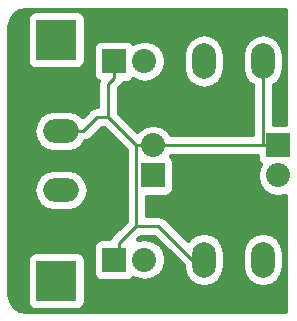
<source format=gbl>
%FSLAX34Y34*%
G04 Gerber Fmt 3.4, Leading zero omitted, Abs format*
G04 (created by PCBNEW (2014-03-19 BZR 4756)-product) date Sun 06 Jul 2014 23:01:42 BST*
%MOIN*%
G01*
G70*
G90*
G04 APERTURE LIST*
%ADD10C,0.005906*%
%ADD11R,0.080000X0.080000*%
%ADD12O,0.080000X0.080000*%
%ADD13O,0.078700X0.118700*%
%ADD14O,0.118700X0.078700*%
%ADD15R,0.133900X0.133900*%
%ADD16C,0.010000*%
%ADD17C,0.015748*%
G04 APERTURE END LIST*
G54D10*
G54D11*
X55275Y-44303D03*
G54D12*
X55275Y-45303D03*
G54D11*
X49814Y-41496D03*
G54D12*
X50814Y-41496D03*
G54D11*
X49814Y-48110D03*
G54D12*
X50814Y-48110D03*
G54D11*
X51102Y-45303D03*
G54D12*
X51102Y-44303D03*
G54D13*
X52795Y-41496D03*
X54763Y-41496D03*
X54763Y-48110D03*
X52795Y-48110D03*
G54D14*
X48031Y-45787D03*
X48031Y-43819D03*
G54D15*
X47874Y-40787D03*
X47874Y-48818D03*
G54D16*
X49814Y-41496D02*
X49814Y-42046D01*
X49972Y-48110D02*
X49972Y-47560D01*
X48031Y-43819D02*
X48775Y-43819D01*
X51279Y-46980D02*
X52409Y-48110D01*
X50552Y-46980D02*
X51279Y-46980D01*
X50552Y-44303D02*
X50552Y-46980D01*
X50552Y-46980D02*
X49972Y-47560D01*
X52952Y-48110D02*
X52409Y-48110D01*
X49607Y-42253D02*
X49814Y-42046D01*
X49607Y-43358D02*
X49607Y-42253D01*
X49235Y-43358D02*
X49607Y-43358D01*
X48775Y-43819D02*
X49235Y-43358D01*
X49607Y-43358D02*
X50552Y-44303D01*
X50827Y-44303D02*
X50552Y-44303D01*
X50827Y-44303D02*
X51102Y-44303D01*
X54763Y-41496D02*
X54763Y-42239D01*
X54763Y-44303D02*
X54763Y-42239D01*
X51102Y-44303D02*
X54763Y-44303D01*
X54763Y-44303D02*
X55275Y-44303D01*
G54D10*
G36*
X55492Y-49822D02*
X55471Y-49822D01*
X55471Y-48328D01*
X55471Y-47892D01*
X55418Y-47621D01*
X55264Y-47391D01*
X55034Y-47237D01*
X54763Y-47183D01*
X54492Y-47237D01*
X54262Y-47391D01*
X54108Y-47621D01*
X54055Y-47892D01*
X54055Y-48328D01*
X54108Y-48599D01*
X54262Y-48828D01*
X54492Y-48982D01*
X54763Y-49036D01*
X55034Y-48982D01*
X55264Y-48828D01*
X55418Y-48599D01*
X55471Y-48328D01*
X55471Y-49822D01*
X48957Y-49822D01*
X48957Y-45787D01*
X48903Y-45516D01*
X48750Y-45286D01*
X48520Y-45132D01*
X48249Y-45078D01*
X47813Y-45078D01*
X47542Y-45132D01*
X47312Y-45286D01*
X47159Y-45516D01*
X47105Y-45787D01*
X47159Y-46058D01*
X47312Y-46288D01*
X47542Y-46441D01*
X47813Y-46495D01*
X48249Y-46495D01*
X48520Y-46441D01*
X48750Y-46288D01*
X48903Y-46058D01*
X48957Y-45787D01*
X48957Y-49822D01*
X48858Y-49822D01*
X48858Y-49551D01*
X48858Y-49425D01*
X48858Y-48086D01*
X48810Y-47970D01*
X48721Y-47882D01*
X48606Y-47834D01*
X48480Y-47834D01*
X47141Y-47834D01*
X47026Y-47882D01*
X46937Y-47970D01*
X46889Y-48086D01*
X46889Y-48212D01*
X46889Y-49551D01*
X46937Y-49666D01*
X47026Y-49755D01*
X47141Y-49803D01*
X47267Y-49803D01*
X48606Y-49803D01*
X48721Y-49755D01*
X48810Y-49666D01*
X48858Y-49551D01*
X48858Y-49822D01*
X46929Y-49822D01*
X46883Y-49822D01*
X46649Y-49776D01*
X46479Y-49662D01*
X46365Y-49492D01*
X46318Y-49258D01*
X46318Y-40347D01*
X46365Y-40114D01*
X46479Y-39943D01*
X46649Y-39829D01*
X46883Y-39783D01*
X55492Y-39783D01*
X55492Y-43588D01*
X55128Y-43588D01*
X55128Y-42305D01*
X55264Y-42214D01*
X55418Y-41984D01*
X55471Y-41713D01*
X55471Y-41278D01*
X55418Y-41007D01*
X55264Y-40777D01*
X55034Y-40623D01*
X54763Y-40569D01*
X54492Y-40623D01*
X54262Y-40777D01*
X54108Y-41007D01*
X54055Y-41278D01*
X54055Y-41713D01*
X54108Y-41984D01*
X54262Y-42214D01*
X54398Y-42305D01*
X54398Y-43938D01*
X53503Y-43938D01*
X53503Y-41713D01*
X53503Y-41278D01*
X53450Y-41007D01*
X53296Y-40777D01*
X53066Y-40623D01*
X52795Y-40569D01*
X52524Y-40623D01*
X52294Y-40777D01*
X52140Y-41007D01*
X52087Y-41278D01*
X52087Y-41713D01*
X52140Y-41984D01*
X52294Y-42214D01*
X52524Y-42368D01*
X52795Y-42422D01*
X53066Y-42368D01*
X53296Y-42214D01*
X53450Y-41984D01*
X53503Y-41713D01*
X53503Y-43938D01*
X51711Y-43938D01*
X51607Y-43783D01*
X51375Y-43628D01*
X51102Y-43574D01*
X50828Y-43628D01*
X50596Y-43783D01*
X50577Y-43812D01*
X49972Y-43207D01*
X49972Y-42404D01*
X50073Y-42304D01*
X50135Y-42211D01*
X50277Y-42211D01*
X50393Y-42163D01*
X50450Y-42105D01*
X50527Y-42156D01*
X50800Y-42211D01*
X50828Y-42211D01*
X51102Y-42156D01*
X51334Y-42001D01*
X51489Y-41769D01*
X51543Y-41496D01*
X51489Y-41222D01*
X51334Y-40990D01*
X51102Y-40835D01*
X50828Y-40781D01*
X50800Y-40781D01*
X50527Y-40835D01*
X50450Y-40886D01*
X50393Y-40829D01*
X50277Y-40781D01*
X50152Y-40781D01*
X49352Y-40781D01*
X49236Y-40829D01*
X49147Y-40917D01*
X49100Y-41033D01*
X49100Y-41158D01*
X49100Y-41958D01*
X49147Y-42074D01*
X49236Y-42163D01*
X49258Y-42172D01*
X49242Y-42253D01*
X49242Y-42993D01*
X49235Y-42993D01*
X49096Y-43021D01*
X48977Y-43100D01*
X48858Y-43219D01*
X48858Y-41519D01*
X48858Y-41394D01*
X48858Y-40055D01*
X48810Y-39939D01*
X48721Y-39850D01*
X48606Y-39802D01*
X48480Y-39802D01*
X47141Y-39802D01*
X47026Y-39850D01*
X46937Y-39939D01*
X46889Y-40055D01*
X46889Y-40180D01*
X46889Y-41519D01*
X46937Y-41635D01*
X47026Y-41723D01*
X47141Y-41771D01*
X47267Y-41771D01*
X48606Y-41771D01*
X48721Y-41723D01*
X48810Y-41635D01*
X48858Y-41519D01*
X48858Y-43219D01*
X48754Y-43323D01*
X48750Y-43318D01*
X48520Y-43164D01*
X48249Y-43110D01*
X47813Y-43110D01*
X47542Y-43164D01*
X47312Y-43318D01*
X47159Y-43548D01*
X47105Y-43819D01*
X47159Y-44090D01*
X47312Y-44320D01*
X47542Y-44473D01*
X47813Y-44527D01*
X48249Y-44527D01*
X48520Y-44473D01*
X48750Y-44320D01*
X48851Y-44168D01*
X48914Y-44156D01*
X48914Y-44156D01*
X49033Y-44077D01*
X49387Y-43723D01*
X49456Y-43723D01*
X50187Y-44454D01*
X50187Y-46829D01*
X49714Y-47302D01*
X49652Y-47395D01*
X49352Y-47395D01*
X49236Y-47443D01*
X49147Y-47531D01*
X49100Y-47647D01*
X49100Y-47772D01*
X49100Y-48572D01*
X49147Y-48688D01*
X49236Y-48777D01*
X49352Y-48825D01*
X49477Y-48825D01*
X50277Y-48825D01*
X50393Y-48777D01*
X50450Y-48719D01*
X50527Y-48770D01*
X50800Y-48825D01*
X50828Y-48825D01*
X51102Y-48770D01*
X51334Y-48615D01*
X51489Y-48383D01*
X51543Y-48110D01*
X51489Y-47836D01*
X51334Y-47604D01*
X51102Y-47449D01*
X50828Y-47395D01*
X50800Y-47395D01*
X50616Y-47431D01*
X50703Y-47345D01*
X51128Y-47345D01*
X52087Y-48304D01*
X52087Y-48328D01*
X52140Y-48599D01*
X52294Y-48828D01*
X52524Y-48982D01*
X52795Y-49036D01*
X53066Y-48982D01*
X53296Y-48828D01*
X53450Y-48599D01*
X53503Y-48328D01*
X53503Y-47892D01*
X53450Y-47621D01*
X53296Y-47391D01*
X53066Y-47237D01*
X52795Y-47183D01*
X52524Y-47237D01*
X52294Y-47391D01*
X52259Y-47444D01*
X51537Y-46722D01*
X51419Y-46643D01*
X51279Y-46615D01*
X50917Y-46615D01*
X50917Y-46018D01*
X51565Y-46018D01*
X51680Y-45970D01*
X51769Y-45881D01*
X51817Y-45765D01*
X51817Y-45640D01*
X51817Y-44840D01*
X51769Y-44724D01*
X51712Y-44668D01*
X54560Y-44668D01*
X54560Y-44765D01*
X54608Y-44881D01*
X54666Y-44939D01*
X54615Y-45015D01*
X54560Y-45289D01*
X54560Y-45317D01*
X54615Y-45590D01*
X54770Y-45822D01*
X55001Y-45977D01*
X55275Y-46032D01*
X55492Y-45989D01*
X55492Y-49822D01*
X55492Y-49822D01*
G37*
G54D17*
X55492Y-49822D02*
X55471Y-49822D01*
X55471Y-48328D01*
X55471Y-47892D01*
X55418Y-47621D01*
X55264Y-47391D01*
X55034Y-47237D01*
X54763Y-47183D01*
X54492Y-47237D01*
X54262Y-47391D01*
X54108Y-47621D01*
X54055Y-47892D01*
X54055Y-48328D01*
X54108Y-48599D01*
X54262Y-48828D01*
X54492Y-48982D01*
X54763Y-49036D01*
X55034Y-48982D01*
X55264Y-48828D01*
X55418Y-48599D01*
X55471Y-48328D01*
X55471Y-49822D01*
X48957Y-49822D01*
X48957Y-45787D01*
X48903Y-45516D01*
X48750Y-45286D01*
X48520Y-45132D01*
X48249Y-45078D01*
X47813Y-45078D01*
X47542Y-45132D01*
X47312Y-45286D01*
X47159Y-45516D01*
X47105Y-45787D01*
X47159Y-46058D01*
X47312Y-46288D01*
X47542Y-46441D01*
X47813Y-46495D01*
X48249Y-46495D01*
X48520Y-46441D01*
X48750Y-46288D01*
X48903Y-46058D01*
X48957Y-45787D01*
X48957Y-49822D01*
X48858Y-49822D01*
X48858Y-49551D01*
X48858Y-49425D01*
X48858Y-48086D01*
X48810Y-47970D01*
X48721Y-47882D01*
X48606Y-47834D01*
X48480Y-47834D01*
X47141Y-47834D01*
X47026Y-47882D01*
X46937Y-47970D01*
X46889Y-48086D01*
X46889Y-48212D01*
X46889Y-49551D01*
X46937Y-49666D01*
X47026Y-49755D01*
X47141Y-49803D01*
X47267Y-49803D01*
X48606Y-49803D01*
X48721Y-49755D01*
X48810Y-49666D01*
X48858Y-49551D01*
X48858Y-49822D01*
X46929Y-49822D01*
X46883Y-49822D01*
X46649Y-49776D01*
X46479Y-49662D01*
X46365Y-49492D01*
X46318Y-49258D01*
X46318Y-40347D01*
X46365Y-40114D01*
X46479Y-39943D01*
X46649Y-39829D01*
X46883Y-39783D01*
X55492Y-39783D01*
X55492Y-43588D01*
X55128Y-43588D01*
X55128Y-42305D01*
X55264Y-42214D01*
X55418Y-41984D01*
X55471Y-41713D01*
X55471Y-41278D01*
X55418Y-41007D01*
X55264Y-40777D01*
X55034Y-40623D01*
X54763Y-40569D01*
X54492Y-40623D01*
X54262Y-40777D01*
X54108Y-41007D01*
X54055Y-41278D01*
X54055Y-41713D01*
X54108Y-41984D01*
X54262Y-42214D01*
X54398Y-42305D01*
X54398Y-43938D01*
X53503Y-43938D01*
X53503Y-41713D01*
X53503Y-41278D01*
X53450Y-41007D01*
X53296Y-40777D01*
X53066Y-40623D01*
X52795Y-40569D01*
X52524Y-40623D01*
X52294Y-40777D01*
X52140Y-41007D01*
X52087Y-41278D01*
X52087Y-41713D01*
X52140Y-41984D01*
X52294Y-42214D01*
X52524Y-42368D01*
X52795Y-42422D01*
X53066Y-42368D01*
X53296Y-42214D01*
X53450Y-41984D01*
X53503Y-41713D01*
X53503Y-43938D01*
X51711Y-43938D01*
X51607Y-43783D01*
X51375Y-43628D01*
X51102Y-43574D01*
X50828Y-43628D01*
X50596Y-43783D01*
X50577Y-43812D01*
X49972Y-43207D01*
X49972Y-42404D01*
X50073Y-42304D01*
X50135Y-42211D01*
X50277Y-42211D01*
X50393Y-42163D01*
X50450Y-42105D01*
X50527Y-42156D01*
X50800Y-42211D01*
X50828Y-42211D01*
X51102Y-42156D01*
X51334Y-42001D01*
X51489Y-41769D01*
X51543Y-41496D01*
X51489Y-41222D01*
X51334Y-40990D01*
X51102Y-40835D01*
X50828Y-40781D01*
X50800Y-40781D01*
X50527Y-40835D01*
X50450Y-40886D01*
X50393Y-40829D01*
X50277Y-40781D01*
X50152Y-40781D01*
X49352Y-40781D01*
X49236Y-40829D01*
X49147Y-40917D01*
X49100Y-41033D01*
X49100Y-41158D01*
X49100Y-41958D01*
X49147Y-42074D01*
X49236Y-42163D01*
X49258Y-42172D01*
X49242Y-42253D01*
X49242Y-42993D01*
X49235Y-42993D01*
X49096Y-43021D01*
X48977Y-43100D01*
X48858Y-43219D01*
X48858Y-41519D01*
X48858Y-41394D01*
X48858Y-40055D01*
X48810Y-39939D01*
X48721Y-39850D01*
X48606Y-39802D01*
X48480Y-39802D01*
X47141Y-39802D01*
X47026Y-39850D01*
X46937Y-39939D01*
X46889Y-40055D01*
X46889Y-40180D01*
X46889Y-41519D01*
X46937Y-41635D01*
X47026Y-41723D01*
X47141Y-41771D01*
X47267Y-41771D01*
X48606Y-41771D01*
X48721Y-41723D01*
X48810Y-41635D01*
X48858Y-41519D01*
X48858Y-43219D01*
X48754Y-43323D01*
X48750Y-43318D01*
X48520Y-43164D01*
X48249Y-43110D01*
X47813Y-43110D01*
X47542Y-43164D01*
X47312Y-43318D01*
X47159Y-43548D01*
X47105Y-43819D01*
X47159Y-44090D01*
X47312Y-44320D01*
X47542Y-44473D01*
X47813Y-44527D01*
X48249Y-44527D01*
X48520Y-44473D01*
X48750Y-44320D01*
X48851Y-44168D01*
X48914Y-44156D01*
X48914Y-44156D01*
X49033Y-44077D01*
X49387Y-43723D01*
X49456Y-43723D01*
X50187Y-44454D01*
X50187Y-46829D01*
X49714Y-47302D01*
X49652Y-47395D01*
X49352Y-47395D01*
X49236Y-47443D01*
X49147Y-47531D01*
X49100Y-47647D01*
X49100Y-47772D01*
X49100Y-48572D01*
X49147Y-48688D01*
X49236Y-48777D01*
X49352Y-48825D01*
X49477Y-48825D01*
X50277Y-48825D01*
X50393Y-48777D01*
X50450Y-48719D01*
X50527Y-48770D01*
X50800Y-48825D01*
X50828Y-48825D01*
X51102Y-48770D01*
X51334Y-48615D01*
X51489Y-48383D01*
X51543Y-48110D01*
X51489Y-47836D01*
X51334Y-47604D01*
X51102Y-47449D01*
X50828Y-47395D01*
X50800Y-47395D01*
X50616Y-47431D01*
X50703Y-47345D01*
X51128Y-47345D01*
X52087Y-48304D01*
X52087Y-48328D01*
X52140Y-48599D01*
X52294Y-48828D01*
X52524Y-48982D01*
X52795Y-49036D01*
X53066Y-48982D01*
X53296Y-48828D01*
X53450Y-48599D01*
X53503Y-48328D01*
X53503Y-47892D01*
X53450Y-47621D01*
X53296Y-47391D01*
X53066Y-47237D01*
X52795Y-47183D01*
X52524Y-47237D01*
X52294Y-47391D01*
X52259Y-47444D01*
X51537Y-46722D01*
X51419Y-46643D01*
X51279Y-46615D01*
X50917Y-46615D01*
X50917Y-46018D01*
X51565Y-46018D01*
X51680Y-45970D01*
X51769Y-45881D01*
X51817Y-45765D01*
X51817Y-45640D01*
X51817Y-44840D01*
X51769Y-44724D01*
X51712Y-44668D01*
X54560Y-44668D01*
X54560Y-44765D01*
X54608Y-44881D01*
X54666Y-44939D01*
X54615Y-45015D01*
X54560Y-45289D01*
X54560Y-45317D01*
X54615Y-45590D01*
X54770Y-45822D01*
X55001Y-45977D01*
X55275Y-46032D01*
X55492Y-45989D01*
X55492Y-49822D01*
M02*

</source>
